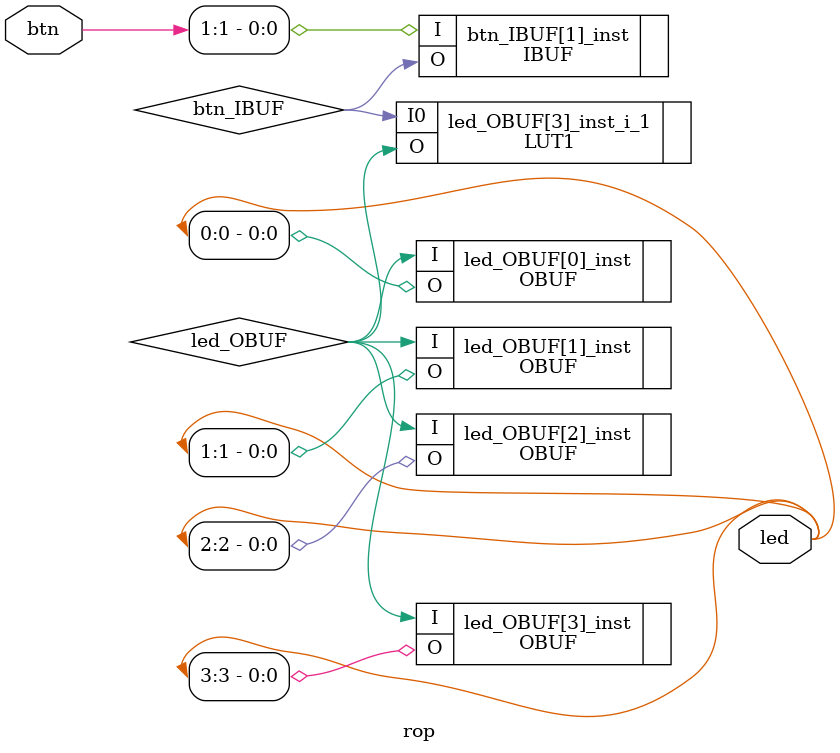
<source format=v>
`timescale 1 ps / 1 ps

(* ECO_CHECKSUM = "44ed29bf" *) (* POWER_OPT_BRAM_CDC = "0" *) (* POWER_OPT_BRAM_SR_ADDR = "0" *) 
(* POWER_OPT_LOOPED_NET_PERCENTAGE = "0" *) 
(* STRUCTURAL_NETLIST = "yes" *)
module rop
   (btn,
    led);
  input [3:0]btn;
  output [3:0]led;

  wire [3:0]btn;
  wire [1:1]btn_IBUF;
  wire [3:0]led;
  wire [0:0]led_OBUF;

  IBUF \btn_IBUF[1]_inst 
       (.I(btn[1]),
        .O(btn_IBUF));
  OBUF \led_OBUF[0]_inst 
       (.I(led_OBUF),
        .O(led[0]));
  OBUF \led_OBUF[1]_inst 
       (.I(led_OBUF),
        .O(led[1]));
  OBUF \led_OBUF[2]_inst 
       (.I(led_OBUF),
        .O(led[2]));
  OBUF \led_OBUF[3]_inst 
       (.I(led_OBUF),
        .O(led[3]));
  LUT1 #(
    .INIT(2'h1)) 
    \led_OBUF[3]_inst_i_1 
       (.I0(btn_IBUF),
        .O(led_OBUF));
endmodule

</source>
